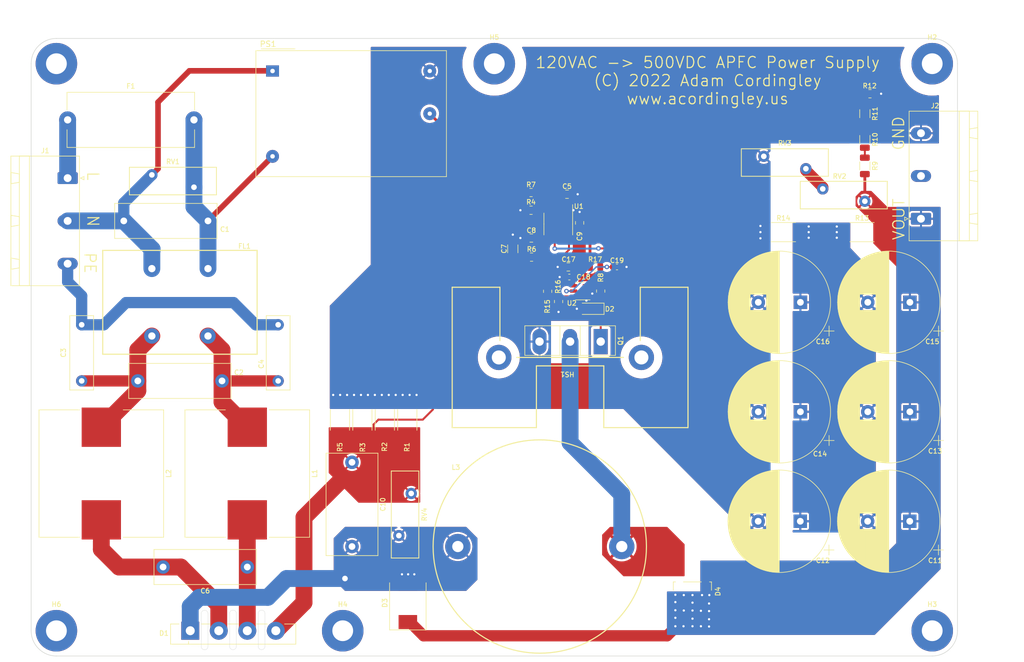
<source format=kicad_pcb>
(kicad_pcb (version 20211014) (generator pcbnew)
  (layers (0 "F.Cu" signal) (31 "B.Cu" signal) (34 "B.Paste" user) (35 "F.Paste" user) (36 "B.SilkS" user "B.Silkscreen") (37 "F.SilkS" user "F.Silkscreen") (38 "B.Mask" user) (39 "F.Mask" user) (44 "Edge.Cuts" user))
  (net 0 "")
  (net 1 "/LIVE_FUSED")
  (net 2 "/NEUTRAL")
  (net 3 "/L_CMC")
  (net 4 "/N_CMC")
  (net 5 "Earth")
  (net 6 "GND")
  (net 7 "Net-(C5-Pad2)")
  (net 8 "/L_FILT")
  (net 9 "/N_FILT")
  (net 10 "Net-(C7-Pad2)")
  (net 11 "Net-(C8-Pad2)")
  (net 12 "+15V")
  (net 13 "/V_RECT")
  (net 14 "Net-(C10-Pad2)")
  (net 15 "/VOUT")
  (net 16 "/VOUT_HALF")
  (net 17 "Net-(D2-Pad1)")
  (net 18 "/SW")
  (net 19 "/LIVE_EXT")
  (net 21 "Net-(R4-Pad2)")
  (net 22 "Net-(R7-Pad1)")
  (net 23 "Net-(R8-Pad2)")
  (net 24 "Net-(R10-Pad2)")
  (net 25 "Net-(R10-Pad1)")
  (net 26 "Net-(R11-Pad1)")
  (net 27 "Net-(RV2-Pad2)")
  (net 28 "Net-(R15-Pad1)")
  (net 29 "Net-(R15-Pad2)")
  (net 30 "Net-(C19-Pad1)")
  (footprint "Repowered_Transformers_CMC:Weurth_WE-CMB" (layer "F.Cu") (at 76.5 72 180)
    (fp_text reference "FL1" (at -11.5 10 unlocked) (layer "F.SilkS") (effects (font (size 0.85 0.85))))
    (fp_text value "744824101")
    (pad "1" thru_hole circle (at -5 6 180) (size 2.75 2.75) (drill 1.3) (layers *.Cu *.Mask) (net 1 "/LIVE_FUSED"))
    (pad "2" thru_hole circle (at -5 -6 180) (size 2.75 2.75) (drill 1.3) (layers *.Cu *.Mask) (net 3 "/L_CMC"))
    (pad "3" thru_hole circle (at 5 6 180) (size 2.75 2.75) (drill 1.3) (layers *.Cu *.Mask) (net 2 "/NEUTRAL"))
    (pad "4" thru_hole circle (at 5 -6 180) (size 2.75 2.75) (drill 1.3) (layers *.Cu *.Mask) (net 4 "/N_CMC"))
  )
  (footprint "Capacitor_SMD:C_1206_3216Metric" (layer "F.Cu") (at 135.795 62.475 -90)
    (fp_text reference "C7" (at 0 1.55 90) (layer "F.SilkS") (effects (font (size 0.85 0.85))))
    (fp_text value "10uF")
    (pad "1" smd roundrect locked (at -1.475 0 270) (size 1.15 1.8) (layers "F.Cu" "F.Paste" "F.Mask") (roundrect_rratio 0.2173913043) (net 6 "GND"))
    (pad "2" smd roundrect locked (at 1.475 0 270) (size 1.15 1.8) (layers "F.Cu" "F.Paste" "F.Mask") (roundrect_rratio 0.2173913043) (net 10 "Net-(C7-Pad2)"))
  )
  (footprint "Resistor_SMD:R_0805_2012Metric" (layer "F.Cu") (at 143.95 71.8625 90)
    (fp_text reference "R16" (at 2.65 -0.1 90) (layer "F.SilkS") (effects (font (size 0.85 0.85))))
    (fp_text value "4.7k")
    (pad "1" smd roundrect locked (at -0.9125 0 90) (size 1.025 1.4) (layers "F.Cu" "F.Paste" "F.Mask") (roundrect_rratio 0.243902439) (net 6 "GND"))
    (pad "2" smd roundrect locked (at 0.9125 0 90) (size 1.025 1.4) (layers "F.Cu" "F.Paste" "F.Mask") (roundrect_rratio 0.243902439) (net 29 "Net-(R15-Pad2)"))
  )
  (footprint "Diode_SMD:D_SOD-123" (layer "F.Cu") (at 149.8 73.15 180)
    (fp_text reference "D2" (at -3.25 -0.05) (layer "F.SilkS") (effects (font (size 0.85 0.85))))
    (fp_text value "15V")
    (pad "1" smd rect locked (at -1.65 0 180) (size 0.9 1.2) (layers "F.Cu" "F.Paste" "F.Mask") (net 17 "Net-(D2-Pad1)"))
    (pad "2" smd rect locked (at 1.65 0 180) (size 0.9 1.2) (layers "F.Cu" "F.Paste" "F.Mask") (net 6 "GND"))
  )
  (footprint "Resistor_SMD:R_2512_6332Metric" (layer "F.Cu") (at 198 59.5)
    (fp_text reference "R13" (at 0 -2.5) (layer "F.SilkS") (effects (font (size 0.85 0.85))))
    (fp_text value "100k")
    (pad "1" smd roundrect locked (at -2.9625 0) (size 1.225 3.35) (layers "F.Cu" "F.Paste" "F.Mask") (roundrect_rratio 0.2040816327) (net 16 "/VOUT_HALF"))
    (pad "2" smd roundrect locked (at 2.9625 0) (size 1.225 3.35) (layers "F.Cu" "F.Paste" "F.Mask") (roundrect_rratio 0.2040816327) (net 15 "/VOUT"))
  )
  (footprint "Capacitor_THT:C_Rect_L18.0mm_W6.0mm_P15.00mm_FKS3_FKP3" (layer "F.Cu") (at 84 86 180)
    (fp_text reference "C2" (at -3 1.5) (layer "F.SilkS") (effects (font (size 0.85 0.85))))
    (fp_text value "0.1uF")
    (pad "1" thru_hole circle locked (at 0 0 180) (size 2.4 2.4) (drill 1.2) (layers *.Cu *.Mask) (net 3 "/L_CMC"))
    (pad "2" thru_hole circle locked (at 15 0 180) (size 2.4 2.4) (drill 1.2) (layers *.Cu *.Mask) (net 4 "/N_CMC"))
  )
  (footprint "MountingHole:MountingHole_3.7mm_Pad" (layer "F.Cu") (at 132.5 29.5)
    (fp_text reference "H5" (at 0 -4.7) (layer "F.SilkS") (effects (font (size 0.85 0.85))))
    (fp_text value "#6")
    (pad "1" thru_hole circle locked (at 0 0) (size 7.4 7.4) (drill 3.7) (layers *.Cu *.Mask))
  )
  (footprint "Varistor:RV_Disc_D15.5mm_W4.9mm_P7.5mm" (layer "F.Cu") (at 115.5 113.55 90)
    (fp_text reference "RV4" (at 3.75 4.55 90) (layer "F.SilkS") (effects (font (size 0.85 0.85))))
    (fp_text value "390V")
    (pad "1" thru_hole circle locked (at 0 0 90) (size 2 2) (drill 1) (layers *.Cu *.Mask) (net 13 "/V_RECT"))
    (pad "2" thru_hole circle locked (at 7.5 2.2 90) (size 2 2) (drill 1) (layers *.Cu *.Mask) (net 14 "Net-(C10-Pad2)"))
  )
  (footprint "MountingHole:MountingHole_3.7mm_Pad" (layer "F.Cu") (at 210.5 130.5)
    (fp_text reference "H3" (at 0 -4.7) (layer "F.SilkS") (effects (font (size 0.85 0.85))))
    (fp_text value "#6")
    (pad "1" thru_hole circle locked (at 0 0) (size 7.4 7.4) (drill 3.7) (layers *.Cu *.Mask))
  )
  (footprint "Connector_Phoenix_GMSTB:PhoenixContact_GMSTBA_2,5_3-G-7,62_1x03_P7.62mm_Horizontal" (layer "F.Cu") (at 56.5 49.88 -90)
    (fp_text reference "J1" (at -4.88 4 180) (layer "F.SilkS") (effects (font (size 0.85 0.85))))
    (fp_text value "1766246")
    (pad "1" thru_hole roundrect locked (at 0 0 270) (size 2.1 3.6) (drill 1.4) (layers *.Cu *.Mask) (roundrect_rratio 0.1190480952) (net 19 "/LIVE_EXT"))
    (pad "2" thru_hole oval locked (at 7.62 0 270) (size 2.1 3.6) (drill 1.4) (layers *.Cu *.Mask) (net 2 "/NEUTRAL"))
    (pad "3" thru_hole oval locked (at 15.24 0 270) (size 2.1 3.6) (drill 1.4) (layers *.Cu *.Mask) (net 5 "Earth"))
  )
  (footprint "MountingHole:MountingHole_3.7mm_Pad" (layer "F.Cu") (at 54.5 29.5)
    (fp_text reference "H1" hide)
    (fp_text value "#6")
    (pad "1" thru_hole circle locked (at 0 0) (size 7.4 7.4) (drill 3.7) (layers *.Cu *.Mask))
  )
  (footprint "Resistor_SMD:R_0805_2012Metric" (layer "F.Cu") (at 150.4625 65.7 180)
    (fp_text reference "R17" (at 0 1.35) (layer "F.SilkS") (effects (font (size 0.85 0.85))))
    (fp_text value "4.7k")
    (pad "1" smd roundrect locked (at -0.9125 0 180) (size 1.025 1.4) (layers "F.Cu" "F.Paste" "F.Mask") (roundrect_rratio 0.243902439) (net 30 "Net-(C19-Pad1)"))
    (pad "2" smd roundrect locked (at 0.9125 0 180) (size 1.025 1.4) (layers "F.Cu" "F.Paste" "F.Mask") (roundrect_rratio 0.243902439) (net 12 "+15V"))
  )
  (footprint "Repowered_Resistors_SMD:R_2512_6332Metric_High_Power" (layer "F.Cu") (at 109 92.95 -90)
    (fp_text reference "R3" (at 4.9 -0.05 -90) (layer "F.SilkS") (effects (font (size 0.85 0.85))))
    (fp_text value "0.2")
    (pad "1" smd roundrect (at -2.9625 0 270) (size 2 3.5) (layers "F.Cu" "F.Paste" "F.Mask") (roundrect_rratio 0.204082) (net 6 "GND"))
    (pad "2" smd roundrect (at 2.9625 0 270) (size 2 3.5) (layers "F.Cu" "F.Paste" "F.Mask") (roundrect_rratio 0.204082) (net 14 "Net-(C10-Pad2)"))
  )
  (footprint "Fuse:Fuseholder_Cylinder-5x20mm_Schurter_0031_8201_Horizontal_Open" (layer "F.Cu") (at 56.5 39.5)
    (fp_text reference "F1" (at 11.25 -6) (layer "F.SilkS") (effects (font (size 0.85 0.85))))
    (fp_text value "0031.8201")
    (pad "" np_thru_hole circle locked (at 11.25 0) (size 2.7 2.7) (drill 2.7) (layers *.Cu *.Mask))
    (pad "1" thru_hole circle locked (at 0 0) (size 3 3) (drill 1.3) (layers *.Cu *.Mask) (net 19 "/LIVE_EXT"))
    (pad "2" thru_hole circle locked (at 22.5 0) (size 3 3) (drill 1.3) (layers *.Cu *.Mask) (net 1 "/LIVE_FUSED"))
  )
  (footprint "Capacitor_THT:C_Rect_L13.0mm_W4.0mm_P10.00mm_FKS3_FKP3_MKS4" (layer "F.Cu") (at 94 86 90)
    (fp_text reference "C4" (at 3 -3 90) (layer "F.SilkS") (effects (font (size 0.85 0.85))))
    (fp_text value "4700pF")
    (pad "1" thru_hole circle locked (at 0 0 90) (size 2 2) (drill 1) (layers *.Cu *.Mask) (net 3 "/L_CMC"))
    (pad "2" thru_hole circle locked (at 10 0 90) (size 2 2) (drill 1) (layers *.Cu *.Mask) (net 5 "Earth"))
  )
  (footprint "Capacitor_SMD:C_0805_2012Metric" (layer "F.Cu") (at 145.45 52.75 180)
    (fp_text reference "C5" (at 0 1.4) (layer "F.SilkS") (effects (font (size 0.85 0.85))))
    (fp_text value "1000pF")
    (pad "1" smd roundrect locked (at -0.95 0 180) (size 1 1.45) (layers "F.Cu" "F.Paste" "F.Mask") (net 6 "GND"))
    (pad "2" smd roundrect locked (at 0.95 0 180) (size 1 1.45) (layers "F.Cu" "F.Paste" "F.Mask") (net 7 "Net-(C5-Pad2)"))
  )
  (footprint "Varistor:RV_Disc_D15.5mm_W4.9mm_P7.5mm" (layer "F.Cu") (at 188 48.2 180)
    (fp_text reference "RV3" (at 3.75 4.55) (layer "F.SilkS") (effects (font (size 0.85 0.85))))
    (fp_text value "390V")
    (pad "1" thru_hole circle locked (at 0 0 180) (size 2 2) (drill 1) (layers *.Cu *.Mask) (net 27 "Net-(RV2-Pad2)"))
    (pad "2" thru_hole circle locked (at 7.5 2.2 180) (size 2 2) (drill 1) (layers *.Cu *.Mask) (net 6 "GND"))
  )
  (footprint "Repowered_Inductors_THT:L_Bourns_1140-101K-RC" (layer "F.Cu") (at 140.6 115.5)
    (fp_text reference "L3" (at -14.95 -14.1 unlocked) (layer "F.SilkS") (effects (font (size 0.85 0.85))))
    (fp_text value "100uH")
    (pad "1" thru_hole circle (at -14.6 0) (size 4.5 4.5) (drill 2) (layers *.Cu *.Mask) (net 13 "/V_RECT"))
    (pad "2" thru_hole circle (at 14.6 0) (size 4.5 4.5) (drill 2) (layers *.Cu *.Mask) (net 18 "/SW"))
  )
  (footprint "Package_SO:SOIC-8_3.9x4.9mm_P1.27mm" (layer "F.Cu") (at 143.895 58.05 -90)
    (fp_text reference "U1" (at -3.15 -3.655 180) (layer "F.SilkS") (effects (font (size 0.85 0.85))))
    (fp_text value "ICE2PCS01")
    (pad "1" smd roundrect locked (at -2.475 -1.905 270) (size 1.95 0.6) (layers "F.Cu" "F.Paste" "F.Mask") (net 6 "GND"))
    (pad "2" smd roundrect locked (at -2.475 -0.635 270) (size 1.95 0.6) (layers "F.Cu" "F.Paste" "F.Mask") (net 7 "Net-(C5-Pad2)"))
    (pad "3" smd roundrect locked (at -2.475 0.635 270) (size 1.95 0.6) (layers "F.Cu" "F.Paste" "F.Mask") (net 22 "Net-(R7-Pad1)"))
    (pad "4" smd roundrect locked (at -2.475 1.905 270) (size 1.95 0.6) (layers "F.Cu" "F.Paste" "F.Mask") (net 21 "Net-(R4-Pad2)"))
    (pad "5" smd roundrect locked (at 2.475 1.905 270) (size 1.95 0.6) (layers "F.Cu" "F.Paste" "F.Mask") (net 11 "Net-(C8-Pad2)"))
    (pad "6" smd roundrect locked (at 2.475 0.635 270) (size 1.95 0.6) (layers "F.Cu" "F.Paste" "F.Mask") (net 26 "Net-(R11-Pad1)"))
    (pad "7" smd roundrect locked (at 2.475 -0.635 270) (size 1.95 0.6) (layers "F.Cu" "F.Paste" "F.Mask") (net 12 "+15V"))
    (pad "8" smd roundrect locked (at 2.475 -1.905 270) (size 1.95 0.6) (layers "F.Cu" "F.Paste" "F.Mask") (net 28 "Net-(R15-Pad1)"))
  )
  (footprint "Capacitor_SMD:C_0805_2012Metric" (layer "F.Cu") (at 139.095 60.55)
    (fp_text reference "C8" (at 0 -1.35) (layer "F.SilkS") (effects (font (size 0.85 0.85))))
    (fp_text value "1uF")
    (pad "1" smd roundrect locked (at -0.95 0) (size 1 1.45) (layers "F.Cu" "F.Paste" "F.Mask") (net 6 "GND"))
    (pad "2" smd roundrect locked (at 0.95 0) (size 1 1.45) (layers "F.Cu" "F.Paste" "F.Mask") (net 11 "Net-(C8-Pad2)"))
  )
  (footprint "Repowered_TO-SOT-SMD:TO-252-2_TabPin1_HV" (layer "F.Cu") (at 167.78 124.075 -90)
    (fp_text reference "D4" (at -0.575 -4.55 90) (layer "F.SilkS") (effects (font (size 0.85 0.85))))
    (fp_text value "C6D10065E")
    (pad "1" smd rect (at 2.825 0 270) (size 6.5 7) (layers "F.Cu" "F.Mask") (net 15 "/VOUT"))
    (pad "1" smd rect (at -4.575 -2.3 270) (size 2.4 1.5) (layers "F.Cu" "F.Paste" "F.Mask") (net 15 "/VOUT"))
    (pad "2" smd rect (at -4.575 2.28 270) (size 2.4 1.5) (layers "F.Cu" "F.Paste" "F.Mask") (net 18 "/SW"))
  )
  (footprint "MountingHole:MountingHole_3.7mm_Pad" (layer "F.Cu") (at 105.5 130.5)
    (fp_text reference "H4" (at 0 -4.7) (layer "F.SilkS") (effects (font (size 0.85 0.85))))
    (fp_text value "#6")
    (pad "1" thru_hole circle locked (at 0 0) (size 7.4 7.4) (drill 3.7) (layers *.Cu *.Mask))
  )
  (footprint "Resistor_SMD:R_1206_3216Metric" (layer "F.Cu") (at 198.5 47.7 -90)
    (fp_text reference "R9" (at 0 -1.82 90) (layer "F.SilkS") (effects (font (size 0.85 0.85))))
    (fp_text value "330k")
    (pad "1" smd roundrect locked (at -1.4625 0 270) (size 1.125 1.75) (layers "F.Cu" "F.Paste" "F.Mask") (roundrect_rratio 0.2222222222) (net 24 "Net-(R10-Pad2)"))
    (pad "2" smd roundrect locked (at 1.4625 0 270) (size 1.125 1.75) (layers "F.Cu" "F.Paste" "F.Mask") (roundrect_rratio 0.2222222222) (net 15 "/VOUT"))
  )
  (footprint "Capacitor_SMD:C_0805_2012Metric" (layer "F.Cu") (at 147.695 57.85 -90)
    (fp_text reference "C9" (at 2.4 0 90) (layer "F.SilkS") (effects (font (size 0.85 0.85))))
    (fp_text value "1uF")
    (pad "1" smd roundrect locked (at -0.95 0 270) (size 1 1.45) (layers "F.Cu" "F.Paste" "F.Mask") (net 6 "GND"))
    (pad "2" smd roundrect locked (at 0.95 0 270) (size 1 1.45) (layers "F.Cu" "F.Paste" "F.Mask") (net 12 "+15V"))
  )
  (footprint "Package_TO_SOT_THT:TO-247-3_Vertical" (layer "F.Cu") (at 151.45 79 180)
    (fp_text reference "Q1" (at -3.55 0.1845 90) (layer "F.SilkS") (effects (font (size 0.85 0.85))))
    (fp_text value "G3R75MT12D")
    (pad "1" thru_hole rect locked (at 0 0 180) (size 2.5 4.5) (drill 1.5) (layers *.Cu *.Mask) (net 17 "Net-(D2-Pad1)"))
    (pad "2" thru_hole oval locked (at 5.45 0 180) (size 2.5 4.5) (drill 1.5) (layers *.Cu *.Mask) (net 18 "/SW"))
    (pad "3" thru_hole oval locked (at 10.9 0 180) (size 2.5 4.5) (drill 1.5) (layers *.Cu *.Mask) (net 6 "GND"))
  )
  (footprint "Repowered_Resistors_SMD:R_2512_6332Metric_High_Power" (layer "F.Cu") (at 113 92.95 -90)
    (fp_text reference "R2" (at 4.8 0.05 -90) (layer "F.SilkS") (effects (font (size 0.85 0.85))))
    (fp_text value "0.2")
    (pad "1" smd roundrect (at -2.9625 0 270) (size 2 3.5) (layers "F.Cu" "F.Paste" "F.Mask") (roundrect_rratio 0.204082) (net 6 "GND"))
    (pad "2" smd roundrect (at 2.9625 0 270) (size 2 3.5) (layers "F.Cu" "F.Paste" "F.Mask") (roundrect_rratio 0.204082) (net 14 "Net-(C10-Pad2)"))
  )
  (footprint "Resistor_SMD:R_1206_3216Metric" (layer "F.Cu") (at 198.5 38.4 -90)
    (fp_text reference "R11" (at 0 -1.82 90) (layer "F.SilkS") (effects (font (size 0.85 0.85))))
    (fp_text value "330k")
    (pad "1" smd roundrect locked (at -1.4625 0 270) (size 1.125 1.75) (layers "F.Cu" "F.Paste" "F.Mask") (roundrect_rratio 0.2222222222) (net 26 "Net-(R11-Pad1)"))
    (pad "2" smd roundrect locked (at 1.4625 0 270) (size 1.125 1.75) (layers "F.Cu" "F.Paste" "F.Mask") (roundrect_rratio 0.2222222222) (net 25 "Net-(R10-Pad1)"))
  )
  (footprint "Resistor_SMD:R_1206_3216Metric" (layer "F.Cu") (at 198.5 43 -90)
    (fp_text reference "R10" (at 0 -1.82 90) (layer "F.SilkS") (effects (font (size 0.85 0.85))))
    (fp_text value "330k")
    (pad "1" smd roundrect locked (at -1.4625 0 270) (size 1.125 1.75) (layers "F.Cu" "F.Paste" "F.Mask") (roundrect_rratio 0.2222222222) (net 25 "Net-(R10-Pad1)"))
    (pad "2" smd roundrect locked (at 1.4625 0 270) (size 1.125 1.75) (layers "F.Cu" "F.Paste" "F.Mask") (roundrect_rratio 0.2222222222) (net 24 "Net-(R10-Pad2)"))
  )
  (footprint "Resistor_SMD:R_2512_6332Metric" (layer "F.Cu") (at 184 59.5)
    (fp_text reference "R14" (at 0 -2.5) (layer "F.SilkS") (effects (font (size 0.85 0.85))))
    (fp_text value "100k")
    (pad "1" smd roundrect locked (at -2.9625 0) (size 1.225 3.35) (layers "F.Cu" "F.Paste" "F.Mask") (roundrect_rratio 0.2040816327) (net 6 "GND"))
    (pad "2" smd roundrect locked (at 2.9625 0) (size 1.225 3.35) (layers "F.Cu" "F.Paste" "F.Mask") (roundrect_rratio 0.2040816327) (net 16 "/VOUT_HALF"))
  )
  (footprint "Repowered_Resistors_SMD:R_2512_6332Metric_High_Power" (layer "F.Cu") (at 105 92.95 -90)
    (fp_text reference "R5" (at 4.85 0 -90) (layer "F.SilkS") (effects (font (size 0.85 0.85))))
    (fp_text value "0.2")
    (pad "1" smd roundrect (at -2.9625 0 270) (size 2 3.5) (layers "F.Cu" "F.Paste" "F.Mask") (roundrect_rratio 0.204082) (net 6 "GND"))
    (pad "2" smd roundrect (at 2.9625 0 270) (size 2 3.5) (layers "F.Cu" "F.Paste" "F.Mask") (roundrect_rratio 0.204082) (net 14 "Net-(C10-Pad2)"))
  )
  (footprint "Capacitor_THT:CP_Radial_D18.0mm_P7.50mm" (layer "F.Cu") (at 206.5 111 180)
    (fp_text reference "C11" (at -4.52222 -7) (layer "F.SilkS") (effects (font (size 0.85 0.85))))
    (fp_text value "100uF")
    (pad "1" thru_hole rect locked (at 0 0 180) (size 2.4 2.4) (drill 1.2) (layers *.Cu *.Mask) (net 15 "/VOUT"))
    (pad "2" thru_hole circle locked (at 7.5 0 180) (size 2.4 2.4) (drill 1.2) (layers *.Cu *.Mask) (net 16 "/VOUT_HALF"))
  )
  (footprint "Repowered_Heat_Sinks:Ohmite_RA-T2X-51E" (layer "F.Cu") (at 146 81.82 180)
    (fp_text reference "HS1" (at 0.5 -3 180 unlocked) (layer "F.SilkS") (effects (font (size 0.85 0.85))))
    (fp_text value "RA-T2X-51E")
    (pad "1" thru_hole circle (at -12.7 0 180) (size 4.5 4.5) (drill 2.5) (layers *.Cu *.Mask))
    (pad "1" thru_hole circle (at 12.7 0 180) (size 4.5 4.5) (drill 2.5) (layers *.Cu *.Mask))
  )
  (footprint "MountingHole:MountingHole_3.7mm_Pad" (layer "F.Cu") (at 54.5 130.5)
    (fp_text reference "H6" (at 0 -4.7) (layer "F.SilkS") (effects (font (size 0.85 0.85))))
    (fp_text value "#6")
    (pad "1" thru_hole circle locked (at 0 0) (size 7.4 7.4) (drill 3.7) (layers *.Cu *.Mask))
  )
  (footprint "Varistor:RV_Disc_D15.5mm_W4.9mm_P7.5mm" (layer "F.Cu") (at 198.5 54 180)
    (fp_text reference "RV2" (at 4.5 4.45) (layer "F.SilkS") (effects (font (size 0.85 0.85))))
    (fp_text value "390V")
    (pad "1" thru_hole circle locked (at 0 0 180) (size 2 2) (drill 1) (layers *.Cu *.Mask) (net 15 "/VOUT"))
    (pad "2" thru_hole circle locked (at 7.5 2.2 180) (size 2 2) (drill 1) (layers *.Cu *.Mask) (net 27 "Net-(RV2-Pad2)"))
  )
  (footprint "Diode_SMD:D_SMC" (layer "F.Cu") (at 117.1 125.55 90)
    (fp_text reference "D3" (at 0 -4.1 90) (layer "F.SilkS") (effects (font (size 0.85 0.85))))
    (fp_text value "S8MC-13")
    (pad "1" smd rect locked (at -3.4 0 180) (size 3.3 2.5) (layers "F.Cu" "F.Paste" "F.Mask") (net 15 "/VOUT"))
    (pad "2" smd rect locked (at 3.4 0 180) (size 3.3 2.5) (layers "F.Cu" "F.Paste" "F.Mask") (net 13 "/V_RECT"))
  )
  (footprint "Capacitor_THT:C_Rect_L18.0mm_W6.0mm_P15.00mm_FKS3_FKP3" (layer "F.Cu") (at 81.5 57.5 180)
    (fp_text reference "C1" (at -3 -1.5) (layer "F.SilkS") (effects (font (size 0.85 0.85))))
    (fp_text value "0.1uF")
    (pad "1" thru_hole circle locked (at 0 0 180) (size 2.4 2.4) (drill 1.2) (layers *.Cu *.Mask) (net 1 "/LIVE_FUSED"))
    (pad "2" thru_hole circle locked (at 15 0 180) (size 2.4 2.4) (drill 1.2) (layers *.Cu *.Mask) (net 2 "/NEUTRAL"))
  )
  (footprint "MountingHole:MountingHole_3.7mm_Pad" (layer "F.Cu") (at 210.5 29.5)
    (fp_text reference "H2" (at 0 -4.7) (layer "F.SilkS") (effects (font (size 0.85 0.85))))
    (fp_text value "#6")
    (pad "1" thru_hole circle locked (at 0 0) (size 7.4 7.4) (drill 3.7) (layers *.Cu *.Mask))
  )
  (footprint "Capacitor_THT:C_Rect_L13.0mm_W4.0mm_P10.00mm_FKS3_FKP3_MKS4" (layer "F.Cu") (at 59 86 90)
    (fp_text reference "C3" (at 5 -3.25 90) (layer "F.SilkS") (effects (font (size 0.85 0.85))))
    (fp_text value "4700pF")
    (pad "1" thru_hole circle locked (at 0 0 90) (size 2 2) (drill 1) (layers *.Cu *.Mask) (net 4 "/N_CMC"))
    (pad "2" thru_hole circle locked (at 10 0 90) (size 2 2) (drill 1) (layers *.Cu *.Mask) (net 5 "Earth"))
  )
  (footprint "Inductor_SMD:L_Wuerth_HCI-2212" (layer "F.Cu") (at 62.5 102.5 -90)
    (fp_text reference "L2" (at 0 -12 90) (layer "F.SilkS") (effects (font (size 0.85 0.85))))
    (fp_text value "33uH")
    (pad "1" smd rect locked (at -8.25 0 270) (size 7 7) (layers "F.Cu" "F.Paste" "F.Mask") (net 4 "/N_CMC"))
    (pad "2" smd rect locked (at 8.25 0 270) (size 7 7) (layers "F.Cu" "F.Paste" "F.Mask") (net 9 "/N_FILT"))
  )
  (footprint "Resistor_SMD:R_0805_2012Metric" (layer "F.Cu") (at 151.45 70 90)
    (fp_text reference "R8" (at 2.4 0 90) (layer "F.SilkS") (effects (font (size 0.85 0.85))))
    (fp_text value "2.2")
    (pad "1" smd roundrect locked (at -0.9125 0 90) (size 1.025 1.4) (layers "F.Cu" "F.Paste" "F.Mask") (roundrect_rratio 0.243902439) (net 17 "Net-(D2-Pad1)"))
    (pad "2" smd roundrect locked (at 0.9125 0 90) (size 1.025 1.4) (layers "F.Cu" "F.Paste" "F.Mask") (roundrect_rratio 0.243902439) (net 23 "Net-(R8-Pad2)"))
  )
  (footprint "Capacitor_THT:CP_Radial_D18.0mm_P7.50mm" (layer "F.Cu") (at 187.02222 91.5 180)
    (fp_text reference "C14" (at -3.5 -7.5) (layer "F.SilkS") (effects (font (size 0.85 0.85))))
    (fp_text value "100uF")
    (pad "1" thru_hole rect locked (at 0 0 180) (size 2.4 2.4) (drill 1.2) (layers *.Cu *.Mask) (net 16 "/VOUT_HALF"))
    (pad "2" thru_hole circle locked (at 7.5 0 180) (size 2.4 2.4) (drill 1.2) (layers *.Cu *.Mask) (net 6 "GND"))
  )
  (footprint "Resistor_SMD:R_0805_2012Metric" (layer "F.Cu") (at 142 70.0375 -90)
    (fp_text reference "R15" (at 2.7 0.05 90) (layer "F.SilkS") (effects (font (size 0.85 0.85))))
    (fp_text value "22")
    (pad "1" smd roundrect locked (at -0.9125 0 270) (size 1.025 1.4) (layers "F.Cu" "F.Paste" "F.Mask") (roundrect_rratio 0.243902439) (net 28 "Net-(R15-Pad1)"))
    (pad "2" smd roundrect locked (at 0.9125 0 270) (size 1.025 1.4) (layers "F.Cu" "F.Paste" "F.Mask") (roundrect_rratio 0.243902439) (net 29 "Net-(R15-Pad2)"))
  )
  (footprint "Capacitor_THT:CP_Radial_D18.0mm_P7.50mm" (layer "F.Cu") (at 206.52222 91.5 180)
    (fp_text reference "C13" (at -4.5 -7) (layer "F.SilkS") (effects (font (size 0.85 0.85))))
    (fp_text value "100uF")
    (pad "1" thru_hole rect locked (at 0 0 180) (size 2.4 2.4) (drill 1.2) (layers *.Cu *.Mask) (net 15 "/VOUT"))
    (pad "2" thru_hole circle locked (at 7.5 0 180) (size 2.4 2.4) (drill 1.2) (layers *.Cu *.Mask) (net 16 "/VOUT_HALF"))
  )
  (footprint "Inductor_SMD:L_Wuerth_HCI-2212" (layer "F.Cu") (at 88.5 102.5 -90)
    (fp_text reference "L1" (at 0 -12 90) (layer "F.SilkS") (effects (font (size 0.85 0.85))))
    (fp_text value "33uH")
    (pad "1" smd rect locked (at -8.25 0 270) (size 7 7) (layers "F.Cu" "F.Paste" "F.Mask") (net 3 "/L_CMC"))
    (pad "2" smd rect locked (at 8.25 0 270) (size 7 7) (layers "F.Cu" "F.Paste" "F.Mask") (net 8 "/L_FILT"))
  )
  (footprint "Capacitor_THT:C_Rect_L18.0mm_W9.0mm_P15.00mm_FKS3_FKP3" (layer "F.Cu") (at 107.15 115.5 90)
    (fp_text reference "C10" (at 7.5 5.5 90) (layer "F.SilkS") (effects (font (size 0.85 0.85))))
    (fp_text value "0.47uF")
    (pad "1" thru_hole circle locked (at 0 0 90) (size 2.4 2.4) (drill 1.2) (layers *.Cu *.Mask) (net 13 "/V_RECT"))
    (pad "2" thru_hole circle locked (at 15 0 90) (size 2.4 2.4) (drill 1.2) (layers *.Cu *.Mask) (net 14 "Net-(C10-Pad2)"))
  )
  (footprint "Converter_ACDC:Converter_ACDC_MeanWell_IRM-02-xx_THT" (layer "F.Cu") (at 93 30.8)
    (fp_text reference "PS1" (at -0.8 -4.8) (layer "F.SilkS"))
    (fp_text value "IRM-02-15")
    (pad "1" thru_hole rect (at 0 0) (size 2.3 2) (drill 0.8) (layers *.Cu *.Mask) (net 2 "/NEUTRAL"))
    (pad "2" thru_hole circle (at 0 15.2) (size 2.3 2.3) (drill 0.8) (layers *.Cu *.Mask) (net 1 "/LIVE_FUSED"))
    (pad "3" thru_hole circle (at 28 0) (size 2.3 2.3) (drill 0.76) (layers *.Cu *.Mask) (net 6 "GND"))
    (pad "4" thru_hole circle (at 28 7.6) (size 2.3 2.3) (drill 0.76) (layers *.Cu *.Mask) (net 12 "+15V"))
  )
  (footprint "Capacitor_SMD:C_0603_1608Metric" (layer "F.Cu") (at 145.8625 67.5 180)
    (fp_text reference "C18" (at -2.525 0) (layer "F.SilkS") (effects (font (size 0.85 0.85))))
    (fp_text value "0.1uF")
    (pad "1" smd roundrect locked (at -0.775 0 180) (size 0.9 0.95) (layers "F.Cu" "F.Paste" "F.Mask") (net 12 "+15V"))
    (pad "2" smd roundrect locked (at 0.775 0 180) (size 0.9 0.95) (layers "F.Cu" "F.Paste" "F.Mask") (net 6 "GND"))
  )
  (footprint "Resistor_SMD:R_0805_2012Metric" (layer "F.Cu") (at 139.045 52.45 180)
    (fp_text reference "R7" (at 0 1.4) (layer "F.SilkS") (effects (font (size 0.85 0.85))))
    (fp_text value "220")
    (pad "1" smd roundrect locked (at -0.9125 0 180) (size 1.025 1.4) (layers "F.Cu" "F.Paste" "F.Mask") (roundrect_rratio 0.243902439) (net 22 "Net-(R7-Pad1)"))
    (pad "2" smd roundrect locked (at 0.9125 0 180) (size 1.025 1.4) (layers "F.Cu" "F.Paste" "F.Mask") (roundrect_rratio 0.243902439) (net 14 "Net-(C10-Pad2)"))
  )
  (footprint "Capacitor_SMD:C_0603_1608Metric" (layer "F.Cu") (at 154.35 65.7)
    (fp_text reference "C19" (at 0 -1.15) (layer "F.SilkS") (effects (font (size 0.85 0.85))))
    (fp_text value "0.1uF")
    (pad "1" smd roundrect locked (at -0.775 0) (size 0.9 0.95) (layers "F.Cu" "F.Paste" "F.Mask") (net 30 "Net-(C19-Pad1)"))
    (pad "2" smd roundrect locked (at 0.775 0) (size 0.9 0.95) (layers "F.Cu" "F.Paste" "F.Mask") (net 6 "GND"))
  )
  (footprint "Capacitor_THT:CP_Radial_D18.0mm_P7.50mm" (layer "F.Cu") (at 206.52222 72 180)
    (fp_text reference "C15" (at -4 -7) (layer "F.SilkS") (effects (font (size 0.85 0.85))))
    (fp_text value "100uF")
    (pad "1" thru_hole rect locked (at 0 0 180) (size 2.4 2.4) (drill 1.2) (layers *.Cu *.Mask) (net 15 "/VOUT"))
    (pad "2" thru_hole circle locked (at 7.5 0 180) (size 2.4 2.4) (drill 1.2) (layers *.Cu *.Mask) (net 16 "/VOUT_HALF"))
  )
  (footprint "Capacitor_SMD:C_0805_2012Metric" (layer "F.Cu") (at 145.6875 65.7 180)
    (fp_text reference "C17" (at -0.0375 1.35) (layer "F.SilkS") (effects (font (size 0.85 0.85))))
    (fp_text value "1uF")
    (pad "1" smd roundrect locked (at -0.95 0 180) (size 1 1.45) (layers "F.Cu" "F.Paste" "F.Mask") (net 12 "+15V"))
    (pad "2" smd roundrect locked (at 0.95 0 180) (size 1 1.45) (layers "F.Cu" "F.Paste" "F.Mask") (net 6 "GND"))
  )
  (footprint "Capacitor_THT:C_Rect_L18.0mm_W6.0mm_P15.00mm_FKS3_FKP3" (layer "F.Cu") (at 88.5 119.15 180)
    (fp_text reference "C6" (at 7.5 -4.25) (layer "F.SilkS") (effects (font (size 0.85 0.85))))
    (fp_text value "0.1uF")
    (pad "1" thru_hole circle locked (at 0 0 180) (size 2.4 2.4) (drill 1.2) (layers *.Cu *.Mask) (net 8 "/L_FILT"))
    (pad "2" thru_hole circle locked (at 15 0 180) (size 2.4 2.4) (drill 1.2) (layers *.Cu *.Mask) (net 9 "/N_FILT"))
  )
  (footprint "Resistor_SMD:R_0805_2012Metric" (layer "F.Cu") (at 199.4125 34.85 180)
    (fp_text reference "R12" (at 0.05 1.4) (layer "F.SilkS") (effects (font (size 0.85 0.85))))
    (fp_text value "6.04k")
    (pad "1" smd roundrect locked (at -0.9125 0 180) (size 1.025 1.4) (layers "F.Cu" "F.Paste" "F.Mask") (roundrect_rratio 0.243902439) (net 6 "GND"))
    (pad "2" smd roundrect locked (at 0.9125 0 180) (size 1.025 1.4) (layers "F.Cu" "F.Paste" "F.Mask") (roundrect_rratio 0.243902439) (net 26 "Net-(R11-Pad1)"))
  )
  (footprint "Resistor_SMD:R_0805_2012Metric" (layer "F.Cu") (at 139.045 55.6)
    (fp_text reference "R4" (at 0 -1.45) (layer "F.SilkS") (effects (font (size 0.85 0.85))))
    (fp_text value "22k")
    (pad "1" smd roundrect locked (at -0.9125 0) (size 1.025 1.4) (layers "F.Cu" "F.Paste" "F.Mask") (roundrect_rratio 0.243902439) (net 6 "GND"))
    (pad "2" smd roundrect locked (at 0.9125 0) (size 1.025 1.4) (layers "F.Cu" "F.Paste" "F.Mask") (roundrect_rratio 0.243902439) (net 21 "Net-(R4-Pad2)"))
  )
  (footprint "Connector_Phoenix_GMSTB:PhoenixContact_GMSTBA_2,5_3-G-7,62_1x03_P7.62mm_Horizontal" (layer "F.Cu") (at 208.5 57.12 90)
    (fp_text reference "J2" (at 20.12 2.5 180) (layer "F.SilkS") (effects (font (size 0.85 0.85))))
    (fp_text value "1766246")
    (pad "1" thru_hole roundrect locked (at 0 0 90) (size 2.1 3.6) (drill 1.4) (layers *.Cu *.Mask) (roundrect_rratio 0.1190480952) (net 15 "/VOUT"))
    (pad "2" thru_hole oval locked (at 7.62 0 90) (size 2.1 3.6) (drill 1.4) (layers *.Cu *.Mask))
    (pad "3" thru_hole oval locked (at 15.24 0 90) (size 2.1 3.6) (drill 1.4) (layers *.Cu *.Mask) (net 6 "GND"))
  )
  (footprint "Package_TO_SOT_SMD:SOT-23-6" (layer "F.Cu") (at 147.7625 70 180)
    (fp_text reference "U2" (at 1.4625 -2.15) (layer "F.SilkS") (effects (font (size 0.85 0.85))))
    (fp_text value "1ED44175N01B")
    (pad "1" smd roundrect locked (at -1.1375 -0.95 180) (size 1.325 0.6) (layers "F.Cu" "F.Paste" "F.Mask") (net 6 "GND"))
    (pad "2" smd roundrect locked (at -1.1375 0 180) (size 1.325 0.6) (layers "F.Cu" "F.Paste" "F.Mask") (net 6 "GND"))
    (pad "3" smd roundrect locked (at -1.1375 0.95 180) (size 1.325 0.6) (layers "F.Cu" "F.Paste" "F.Mask") (net 23 "Net-(R8-Pad2)"))
    (pad "4" smd roundrect locked (at 1.1375 0.95 180) (size 1.325 0.6) (layers "F.Cu" "F.Paste" "F.Mask") (net 12 "+15V"))
    (pad "5" smd roundrect locked (at 1.1375 0 180) (size 1.325 0.6) (layers "F.Cu" "F.Paste" "F.Mask") (net 30 "Net-(C19-Pad1)"))
    (pad "6" smd roundrect locked (at 1.1375 -0.95 180) (size 1.325 0.6) (layers "F.Cu" "F.Paste" "F.Mask") (net 29 "Net-(R15-Pad2)"))
  )
  (footprint "Resistor_SMD:R_0805_2012Metric" (layer "F.Cu") (at 139.1325 63.95)
    (fp_text reference "R6" (at 0.0125 -1.4) (layer "F.SilkS") (effects (font (size 0.85 0.85))))
    (fp_text value "4.7k")
    (pad "1" smd roundrect locked (at -0.9125 0) (size 1.025 1.4) (layers "F.Cu" "F.Paste" "F.Mask") (roundrect_rratio 0.243902439) (net 10 "Net-(C7-Pad2)"))
    (pad "2" smd roundrect locked (at 0.9125 0) (size 1.025 1.4) (layers "F.Cu" "F.Paste" "F.Mask") (roundrect_rratio 0.243902439) (net 11 "Net-(C8-Pad2)"))
  )
  (footprint "Capacitor_THT:CP_Radial_D18.0mm_P7.50mm" (layer "F.Cu") (at 187 111 180)
    (fp_text reference "C12" (at -4.02222 -7) (layer "F.SilkS") (effects (font (size 0.85 0.85))))
    (fp_text value "100uF")
    (pad "1" thru_hole rect locked (at 0 0 180) (size 2.4 2.4) (drill 1.2) (layers *.Cu *.Mask) (net 16 "/VOUT_HALF"))
    (pad "2" thru_hole circle locked (at 7.5 0 180) (size 2.4 2.4) (drill 1.2) (layers *.Cu *.Mask) (net 6 "GND"))
  )
  (footprint "Varistor:RV_Disc_D15.5mm_W4.9mm_P7.5mm" (layer "F.Cu") (at 79 51.5 180)
    (fp_text reference "RV1" (at 3.75 4.55) (layer "F.SilkS") (effects (font (size 0.85 0.85))))
    (fp_text value "390V")
    (pad "1" thru_hole circle locked (at 0 0 180) (size 2 2) (drill 1) (layers *.Cu *.Mask) (net 1 "/LIVE_FUSED"))
    (pad "2" thru_hole circle locked (at 7.5 2.2 180) (size 2 2) (drill 1) (layers *.Cu *.Mask) (net 2 "/NEUTRAL"))
  )
  (footprint "Diode_THT:Diode_Bridge_Vishay_GBU" (layer "F.Cu") (at 78.34 130.5)
    (fp_text reference "D1" (at -4.69 0.45 180) (layer "F.SilkS") (effects (font (size 0.85 0.85))))
    (fp_text value "GBU8G")
    (pad "1" thru_hole rect locked (at 0 0) (size 3.2 3.2) (drill 1.6) (layers *.Cu *.Mask) (net 13 "/V_RECT"))
    (pad "2" thru_hole circle locked (at 5.08 0) (size 3.2 3.2) (drill 1.6) (layers *.Cu *.Mask) (net 9 "/N_FILT"))
    (pad "3" thru_hole circle locked (at 10.16 0) (size 3.2 3.2) (drill 1.6) (layers *.Cu *.Mask) (net 8 "/L_FILT"))
    (pad "4" thru_hole circle locked (at 15.24 0) (size 3.2 3.2) (drill 1.6) (layers *.Cu *.Mask) (net 14 "Net-(C10-Pad2)"))
  )
  (footprint "Repowered_Resistors_SMD:R_2512_6332Metric_High_Power" (layer "F.Cu") (at 117 92.95 -90)
    (fp_text reference "R1" (at 4.85 0.05 -90) (layer "F.SilkS") (effects (font (size 0.85 0.85))))
    (fp_text value "0.2")
    (pad "1" smd roundrect (at -2.9625 0 270) (size 2 3.5) (layers "F.Cu" "F.Paste" "F.Mask") (roundrect_rratio 0.204082) (net 6 "GND"))
    (pad "2" smd roundrect (at 2.9625 0 270) (size 2 3.5) (layers "F.Cu" "F.Paste" "F.Mask") (roundrect_rratio 0.204082) (net 14 "Net-(C10-Pad2)"))
  )
  (footprint "Capacitor_THT:CP_Radial_D18.0mm_P7.50mm" (layer "F.Cu") (at 187.02222 72 180)
    (fp_text reference "C16" (at -4 -7) (layer "F.SilkS") (effects (font (size 0.85 0.85))))
    (fp_text value "100uF")
    (pad "1" thru_hole rect locked (at 0 0 180) (size 2.4 2.4) (drill 1.2) (layers *.Cu *.Mask) (net 16 "/VOUT_HALF"))
    (pad "2" thru_hole circle locked (at 7.5 0 180) (size 2.4 2.4) (drill 1.2) (layers *.Cu *.Mask) (net 6 "GND"))
  )
  (gr_arc (start 54.5 135) (mid 51.318019 133.681981) (end 50 130.5) (layer "Edge.Cuts") (width 0.1))
  (gr_line (start 86.55 127.425) (end 86.55 133.275) (layer "Edge.Cuts") (width 0.05))
  (gr_line (start 54.5 25) (end 210.5 25) (layer "Edge.Cuts") (width 0.1))
  (gr_arc (start 81.5 133.3) (mid 80.9 133.9) (end 80.3 133.3) (layer "Edge.Cuts") (width 0.05))
  (gr_line (start 81.5 127.45) (end 81.5 133.3) (layer "Edge.Cuts") (width 0.05))
  (gr_line (start 215 29.5) (end 215 130.5) (layer "Edge.Cuts") (width 0.1))
  (gr_arc (start 80.3 127.45) (mid 80.9 126.85) (end 81.5 127.45) (layer "Edge.Cuts") (width 0.05))
  (gr_arc (start 50 29.5) (mid 51.318019 26.318019) (end 54.5 25) (layer "Edge.Cuts") (width 0.1))
  (gr_line (start 85.35 127.425) (end 85.35 133.275) (layer "Edge.Cuts") (width 0.05))
  (gr_arc (start 85.35 127.425) (mid 85.95 126.825) (end 86.55 127.425) (layer "Edge.Cuts") (width 0.05))
  (gr_line (start 210.5 135) (end 54.5 135) (layer "Edge.Cuts") (width 0.1))
  (gr_line (start 90.45 127.425) (end 90.45 133.275) (layer "Edge.Cuts") (width 0.05))
  (gr_arc (start 91.65 133.275) (mid 91.05 133.875) (end 90.45 133.275) (layer "Edge.Cuts") (width 0.05))
  (gr_line (start 50 29.5) (end 50 130.5) (layer "Edge.Cuts") (width 0.1))
  (gr_line (start 91.65 127.425) (end 91.65 133.275) (layer "Edge.Cuts") (width 0.05))
  (gr_arc (start 215 130.5) (mid 213.681981 133.681981) (end 210.5 135) (layer "Edge.Cuts") (width 0.1))
  (gr_arc (start 86.55 133.275) (mid 85.95 133.875) (end 85.35 133.275) (layer "Edge.Cuts") (width 0.05))
  (gr_arc (start 90.45 127.425) (mid 91.05 126.825) (end 91.65 127.425) (layer "Edge.Cuts") (width 0.05))
  (gr_arc (start 210.5 25) (mid 213.681981 26.318019) (end 215 29.5) (layer "Edge.Cuts") (width 0.1))
  (gr_line (start 80.3 127.45) (end 80.3 133.3) (layer "Edge.Cuts") (width 0.05))
  (gr_text "L" (at 61 49.5 270) (layer "F.SilkS") (effects (font (size 2 2) (thickness 0.2))))
  (gr_text "VOUT" (at 204.55 57.2 90) (layer "F.SilkS") (effects (font (size 2 2) (thickness 0.2))))
  (gr_text "PE" (at 60.5 65 270) (layer "F.SilkS") (effects (font (size 2 2) (thickness 0.2))))
  (gr_text "GND" (at 204.5 41.9 90) (layer "F.SilkS") (effects (font (size 2 2) (thickness 0.2))))
  (gr_text "N" (at 61 57.5 270) (layer "F.SilkS") (effects (font (size 2 2) (thickness 0.2))))
  (gr_text "120VAC -> 500VDC APFC Power Supply\n(C) 2022 Adam Cordingley\nwww.acordingley.us" (at 170.5 32.5) (layer "F.SilkS") (effects (font (size 2 2) (thickness 0.2))))
  (segment (start 81.5 57.5) (end 93 46) (width 1) (layer "F.Cu") (net 1))
  (segment (start 79 55) (end 81.5 57.5) (width 3) (layer "B.Cu") (net 1))
  (segment (start 79 51.5) (end 79 55) (width 3) (layer "B.Cu") (net 1))
  (segment (start 79 39.5) (end 79 51.5) (width 3) (layer "B.Cu") (net 1))
  (segment (start 81.5 57.5) (end 81.5 66) (width 3) (layer "B.Cu") (net 1))
  (segment (start 71.5 49.3) (end 72.6 48.2) (width 1) (layer "F.Cu") (net 2))
  (segment (start 72.6 48.2) (end 72.6 36.35) (width 1) (layer "F.Cu") (net 2))
  (segment (start 78.185 30.765) (end 93.03 30.765) (width 1) (layer "F.Cu") (net 2))
  (segment (start 72.6 36.35) (end 78.185 30.765) (width 1) (layer "F.Cu") (net 2))
  (segment (start 66.5 57.5) (end 66.5 54.3) (width 2) (layer "B.Cu") (net 2))
  (segment (start 66.5 54.3) (end 71.5 49.3) (width 2) (layer "B.Cu") (net 2))
  (segment (start 71.55 62.55) (end 71.55 62.65) (width 3) (layer "B.Cu") (net 2))
  (segment (start 66.5 57.5) (end 71.55 62.55) (width 3) (layer "B.Cu") (net 2))
  (segment (start 56.5 57.5) (end 66.5 57.5) (width 3) (layer "B.Cu") (net 2))
  (segment (start 71.5 62.7) (end 71.5 66) (width 3) (layer "B.Cu") (net 2))
  (segment (start 71.55 62.65) (end 71.5 62.7) (width 3) (layer "B.Cu") (net 2))
  (segment (start 84 86) (end 94 86) (width 2) (layer "F.Cu") (net 3))
  (segment (start 88.5 94.25) (end 84 89.75) (width 3) (layer "F.Cu") (net 3))
  (segment (start 84 80.5) (end 81.5 78) (width 3) (layer "F.Cu") (net 3))
  (segment (start 84 86) (end 84 80.5) (width 3) (layer "F.Cu") (net 3))
  (segment (start 84 89.75) (end 84 86) (width 3) (layer "F.Cu") (net 3))
  (segment (start 69 80.5) (end 71.5 78) (width 3) (layer "F.Cu") (net 4))
  (segment (start 69 87.75) (end 62.5 94.25) (width 3) (layer "F.Cu") (net 4))
  (segment (start 69 86) (end 69 80.5) (width 3) (layer "F.Cu") (net 4))
  (segment (start 69 86) (end 69 87.75) (width 3) (layer "F.Cu") (net 4))
  (segment (start 69 86) (end 59 86) (width 2) (layer "F.Cu") (net 4))
  (segment (start 59 76) (end 62.95 76) (width 2) (layer "B.Cu") (net 5))
  (segment (start 56.5 68.35) (end 59 70.85) (width 2) (layer "B.Cu") (net 5))
  (segment (start 66.9 72.05) (end 86.05 72.05) (width 2) (layer "B.Cu") (net 5))
  (segment (start 62.95 76) (end 66.9 72.05) (width 2) (layer "B.Cu") (net 5))
  (segment (start 56.5 65.12) (end 56.5 68.35) (width 2) (layer "B.Cu") (net 5))
  (segment (start 90 76) (end 94 76) (width 2) (layer "B.Cu") (net 5))
  (segment (start 86.05 72.05) (end 90 76) (width 2) (layer "B.Cu") (net 5))
  (segment (start 59 70.85) (end 59 76) (width 2) (layer "B.Cu") (net 5))
  (via (at 146.595 55.6) (size 0.8) (drill 0.4) (layers "F.Cu" "B.Cu") (net 6))
  (via (at 179.9 59.5) (size 0.8) (drill 0.4) (layers "F.Cu" "B.Cu") (net 6))
  (via (at 112.4625 88.5) (size 0.8) (drill 0.4) (layers "F.Cu" "B.Cu") (net 6))
  (via (at 149.95 70.45) (size 0.8) (drill 0.4) (layers "F.Cu" "B.Cu") (net 6))
  (via (at 135.795 59.95) (size 0.8) (drill 0.4) (layers "F.Cu" "B.Cu") (net 6))
  (via (at 116.175 88.5) (size 0.8) (drill 0.4) (layers "F.Cu" "B.Cu") (net 6))
  (via (at 118.65 88.5) (size 0.8) (drill 0.4) (layers "F.Cu" "B.Cu") (net 6))
  (via (at 103.8 88.5) (size 0.8) (drill 0.4) (layers "F.Cu" "B.Cu") (net 6))
  (via (at 117.4125 88.5) (size 0.8) (drill 0.4) (layers "F.Cu" "B.Cu") (net 6))
  (via (at 143.7875 65.7) (size 0.8) (drill 0.4) (layers "F.Cu" "B.Cu") (net 6))
  (via (at 201.4 34.85) (size 0.8) (drill 0.4) (layers "F.Cu" "B.Cu") (net 6))
  (via (at 179.9 60.6) (size 0.8) (drill 0.4) (layers "F.Cu" "B.Cu") (net 6))
  (via (at 143.9375 73.7125) (size 0.8) (drill 0.4) (layers "F.Cu" "B.Cu") (net 6))
  (via (at 107.5125 88.5) (size 0.8) (drill 0.4) (layers "F.Cu" "B.Cu") (net 6))
  (via (at 147.2 73.15) (size 0.8) (drill 0.4) (layers "F.Cu" "B.Cu") (net 6))
  (via (at 105.0375 88.5) (size 0.8) (drill 0.4) (layers "F.Cu" "B.Cu") (net 6))
  (via (at 137.145 60.55) (size 0.8) (drill 0.4) (layers "F.Cu" "B.Cu") (net 6))
  (via (at 179.9 58.4) (size 0.8) (drill 0.4) (layers "F.Cu" "B.Cu") (net 6))
  (via (at 156.05 65.7) (size 0.8) (drill 0.4) (layers "F.Cu" "B.Cu") (net 6))
  (via (at 108.75 88.5) (size 0.8) (drill 0.4) (layers "F.Cu" "B.Cu") (net 6))
  (via (at 109.9875 88.5) (size 0.8) (drill 0.4) (layers "F.Cu" "B.Cu") (net 6))
  (via (at 147.35 52.75) (size 0.8) (drill 0.4) (layers "F.Cu" "B.Cu") (net 6))
  (via (at 147.695 55.9) (size 0.8) (drill 0.4) (layers "F.Cu" "B.Cu") (net 6))
  (via (at 137.145 55.6) (size 0.8) (drill 0.4) (layers "F.Cu" "B.Cu") (net 6))
  (via (at 113.7 88.5) (size 0.8) (drill 0.4) (layers "F.Cu" "B.Cu") (net 6))
  (via (at 106.275 88.5) (size 0.8) (drill 0.4) (layers "F.Cu" "B.Cu") (net 6))
  (via (at 111.225 88.5) (size 0.8) (drill 0.4) (layers "F.Cu" "B.Cu") (net 6))
  (via (at 144.1375 67.5) (size 0.8) (drill 0.4) (layers "F.Cu" "B.Cu") (net 6))
  (via (at 148.9 71.7) (size 0.8) (drill 0.4) (layers "F.Cu" "B.Cu") (net 6))
  (via (at 114.9375 88.5) (size 0.8) (drill 0.4) (layers "F.Cu" "B.Cu") (net 6))
  (segment (start 144.53 52.78) (end 144.5 52.75) (width 0.35) (layer "F.Cu") (net 7))
  (segment (start 144.53 55.575) (end 144.53 52.78) (width 0.35) (layer "F.Cu") (net 7))
  (segment (start 88.5 130.5) (end 88.5 110.75) (width 3) (layer "F.Cu") (net 8))
  (segment (start 62.5 110.75) (end 62.5 116) (width 3) (layer "F.Cu") (net 9))
  (segment (start 62.5 116) (end 65.65 119.15) (width 3) (layer "F.Cu") (net 9))
  (segment (start 83.42 125.92) (end 83.42 130.5) (width 3) (layer "F.Cu") (net 9))
  (segment (start 65.65 119.15) (end 76.65 119.15) (width 3) (layer "F.Cu") (net 9))
  (segment (start 76.65 119.15) (end 83.42 125.92) (width 3) (layer "F.Cu") (net 9))
  (segment (start 138.22 63.95) (end 135.795 63.95) (width 0.35) (layer "F.Cu") (net 10))
  (segment (start 141.965 60.55) (end 141.99 60.525) (width 0.35) (layer "F.Cu") (net 11))
  (segment (start 140.045 60.55) (end 140.045 63.95) (width 0.35) (layer "F.Cu") (net 11))
  (segment (start 140.045 60.55) (end 141.965 60.55) (width 0.35) (layer "F.Cu") (net 11))
  (segment (start 150.195 51.05) (end 150.195 58.15) (width 0.5) (layer "F.Cu") (net 12))
  (segment (start 149.545 65.695) (end 149.55 65.7) (width 0.5) (layer "F.Cu") (net 12))
  (segment (start 146.6375 69.0375) (end 146.625 69.05) (width 0.5) (layer "F.Cu") (net 12))
  (segment (start 149.545 58.8) (end 147.695 58.8) (width 0.5) (layer "F.Cu") (net 12))
  (segment (start 132.15 49.55) (end 148.695 49.55) (width 0.5) (layer "F.Cu") (net 12))
  (segment (start 147.695 58.8) (end 144.895 58.8) (width 0.5) (layer "F.Cu") (net 12))
  (segment (start 148.695 49.55) (end 150.195 51.05) (width 0.5) (layer "F.Cu") (net 12))
  (segment (start 150.195 58.15) (end 149.545 58.8) (width 0.5) (layer "F.Cu") (net 12))
  (segment (start 146.6375 67.5) (end 146.6375 69.0375) (width 0.5) (layer "F.Cu") (net 12))
  (segment (start 144.53 59.165) (end 144.53 60.525) (width 0.5) (layer "F.Cu") (net 12))
  (segment (start 149.545 58.8) (end 149.545 65.695) (width 0.5) (layer "F.Cu") (net 12))
  (segment (start 144.895 58.8) (end 144.53 59.165) (width 0.5) (layer "F.Cu") (net 12))
  (segment (start 149.55 65.7) (end 146.6375 65.7) (width 0.5) (layer "F.Cu") (net 12))
  (segment (start 121 38.4) (end 132.15 49.55) (width 0.5) (layer "F.Cu") (net 12))
  (segment (start 146.6375 65.7) (end 146.6375 67.5) (width 0.5) (layer "F.Cu") (net 12))
  (via (at 118.25 120.45) (size 0.8) (drill 0.4) (layers "F.Cu" "B.Cu") (net 13))
  (via (at 116.05 120.45) (size 0.8) (drill 0.4) (layers "F.Cu" "B.Cu") (net 13))
  (via (at 117.15 120.45) (size 0.8) (drill 0.4) (layers "F.Cu" "B.Cu") (net 13))
  (via (at 105.9 121.2) (size 1.6) (drill 1) (layers "F.Cu" "B.Cu") (net 13))
  (segment (start 79.95 124.55) (end 92.15 124.55) (width 3) (layer "B.Cu") (net 13))
  (segment (start 92.15 124.55) (end 95.5 121.2) (width 3) (layer "B.Cu") (net 13))
  (segment (start 95.5 121.2) (end 105.9 121.2) (width 3) (layer "B.Cu") (net 13))
  (segment (start 78.34 130.5) (end 78.34 126.16) (width 3) (layer "B.Cu") (net 13))
  (segment (start 78.34 126.16) (end 79.95 124.55) (width 3) (layer "B.Cu") (net 13))
  (segment (start 98.6 125.48) (end 98.6 110.3) (width 3) (layer "F.Cu") (net 14))
  (segment (start 111 93.75) (end 111.85 92.9) (width 0.35) (layer "F.Cu") (net 14))
  (segment (start 119.75 92.9) (end 121.55 91.1) (width 0.35) (layer "F.Cu") (net 14))
  (segment (start 93.58 130.5) (end 98.6 125.48) (width 3) (layer "F.Cu") (net 14))
  (segment (start 111.85 92.9) (end 119.75 92.9) (width 0.35) (layer "F.Cu") (net 14))
  (segment (start 121.55 91.1) (end 121.55 67.4) (width 0.35) (layer "F.Cu") (net 14))
  (segment (start 98.6 110.3) (end 105.3 103.6) (width 3) (layer "F.Cu") (net 14))
  (segment (start 111 95.6) (end 111 93.75) (width 0.35) (layer "F.Cu") (net 14))
  (segment (start 121.55 67.4) (end 136.5 52.45) (width 0.35) (layer "F.Cu") (net 14))
  (segment (start 136.5 52.45) (end 138.1325 52.45) (width 0.35) (layer "F.Cu") (net 14))
  (segment (start 198.5 49.1625) (end 198.5 52.35) (width 0.5) (layer "F.Cu") (net 15))
  (segment (start 163.28 131.4) (end 167.78 126.9) (width 2) (layer "F.Cu") (net 15))
  (segment (start 119.9 131.4) (end 163.28 131.4) (width 2) (layer "F.Cu") (net 15))
  (segment (start 117.45 128.95) (end 119.9 131.4) (width 2) (layer "F.Cu") (net 15))
  (via (at 170.75 128.45) (size 0.8) (drill 0.4) (layers "F.Cu" "B.Cu") (net 15))
  (via (at 164.75 125.4) (size 0.8) (drill 0.4) (layers "F.Cu" "B.Cu") (net 15))
  (via (at 164.75 124.1) (size 0.8) (drill 0.4) (layers "F.Cu" "B.Cu") (net 15))
  (via (at 164.75 129.7) (size 0.8) (drill 0.4) (layers "F.Cu" "B.Cu") (net 15))
  (via (at 167.8 128.35) (size 0.8) (drill 0.4) (layers "F.Cu" "B.Cu") (net 15))
  (via (at 164.75 126.85) (size 0.8) (drill 0.4) (layers "F.Cu" "B.Cu") (net 15))
  (via (at 167.8 124.15) (size 0.8) (drill 0.4) (layers "F.Cu" "B.Cu") (net 15))
  (via (at 170.75 125.65) (size 0.8) (drill 0.4) (layers "F.Cu" "B.Cu") (net 15))
  (via (at 166.25 126.9) (size 0.8) (drill 0.4) (layers "F.Cu" "B.Cu") (net 15))
  (via (at 169.3 126.95) (size 0.8) (drill 0.4) (layers "F.Cu" "B.Cu") (net 15))
  (via (at 170.75 129.75) (size 0.8) (drill 0.4) (layers "F.Cu" "B.Cu") (net 15))
  (via (at 170.8 124.15) (size 0.8) (drill 0.4) (layers "F.Cu" "B.Cu") (net 15))
  (via (at 166.2 129.7) (size 0.8) (drill 0.4) (layers "F.Cu" "B.Cu") (net 15))
  (via (at 167.8 125.5) (size 0.8) (drill 0.4) (layers "F.Cu" "B.Cu") (net 15))
  (via (at 164.75 128.2) (size 0.8) (drill 0.4) (layers "F.Cu" "B.Cu") (net 15))
  (via (at 169.3 129.7) (size 0.8) (drill 0.4) (layers "F.Cu" "B.Cu") (net 15))
  (via (at 167.8 129.7) (size 0.8) (drill 0.4) (layers "F.Cu" "B.Cu") (net 15))
  (via (at 166.25 124.15) (size 0.8) (drill 0.4) (layers "F.Cu" "B.Cu") (net 15))
  (via (at 167.8 126.9) (size 0.8) (drill 0.4) (layers "F.Cu" "B.Cu") (net 15))
  (via (at 169.5 124.15) (size 0.8) (drill 0.4) (layers "F.Cu" "B.Cu") (net 15))
  (via (at 170.75 127) (size 0.8) (drill 0.4) (layers "F.Cu" "B.Cu") (net 15))
  (via (at 188.5 59.5) (size 0.8) (drill 0.4) (layers "F.Cu" "B.Cu") (net 16))
  (via (at 193.5 60.5) (size 0.8) (drill 0.4) (layers "F.Cu" "B.Cu") (net 16))
  (via (at 193.5 58.5) (size 0.8) (drill 0.4) (layers "F.Cu" "B.Cu") (net 16))
  (via (at 188.5 60.5) (size 0.8) (drill 0.4) (layers "F.Cu" "B.Cu") (net 16))
  (via (at 188.5 58.5) (size 0.8) (drill 0.4) (layers "F.Cu" "B.Cu") (net 16))
  (via (at 193.5 59.5) (size 0.8) (drill 0.4) (layers "F.Cu" "B.Cu") (net 16))
  (segment (start 151.45 70.9125) (end 151.45 79) (width 0.35) (layer "F.Cu") (net 17))
  (segment (start 155.2 106.2) (end 155.2 115.5) (width 3) (layer "B.Cu") (net 18))
  (segment (start 146 97) (end 155.2 106.2) (width 3) (layer "B.Cu") (net 18))
  (segment (start 146 79) (end 146 97) (width 3) (layer "B.Cu") (net 18))
  (segment (start 56.5 48.8) (end 56.5 39.5) (width 3) (layer "B.Cu") (net 19))
  (segment (start 141.965 55.6) (end 141.99 55.575) (width 0.35) (layer "F.Cu") (net 21))
  (segment (start 139.9575 55.6) (end 141.965 55.6) (width 0.35) (layer "F.Cu") (net 21))
  (segment (start 143.26 53.715) (end 141.995 52.45) (width 0.35) (layer "F.Cu") (net 22))
  (segment (start 141.995 52.45) (end 139.9575 52.45) (width 0.35) (layer "F.Cu") (net 22))
  (segment (start 143.26 55.575) (end 143.26 53.715) (width 0.35) (layer "F.Cu") (net 22))
  (segment (start 148.9 69.05) (end 151.4125 69.05) (width 0.35) (layer "F.Cu") (net 23))
  (segment (start 151.4125 69.05) (end 151.45 69.0875) (width 0.35) (layer "F.Cu") (net 23))
  (segment (start 198.5 46.2375) (end 198.5 44.4625) (width 0.35) (layer "F.Cu") (net 24))
  (segment (start 198.5 41.5375) (end 198.5 39.8625) (width 0.35) (layer "F.Cu") (net 25))
  (segment (start 151.05 62.4) (end 153.75 62.4) (width 0.35) (layer "F.Cu") (net 26))
  (segment (start 153.75 62.4) (end 181.3 34.85) (width 0.35) (layer "F.Cu") (net 26))
  (segment (start 143.26 60.525) (end 143.26 62.435) (width 0.35) (layer "F.Cu") (net 26))
  (segment (start 143.26 62.435) (end 143.245 62.45) (width 0.35) (layer "F.Cu") (net 26))
  (segment (start 198.5 36.9375) (end 198.5 34.85) (width 0.35) (layer "F.Cu") (net 26))
  (segment (start 181.3 34.85) (end 198.5 34.85) (width 0.35) (layer "F.Cu") (net 26))
  (via (at 151.05 62.4) (size 0.8) (drill 0.4) (layers "F.Cu" "B.Cu") (net 26))
  (via (at 143.26 62.435) (size 0.8) (drill 0.4) (layers "F.Cu" "B.Cu") (net 26))
  (segment (start 151.05 62.4) (end 151.015 62.435) (width 0.35) (layer "B.Cu") (net 26))
  (segment (start 151.015 62.435) (end 143.26 62.435) (width 0.35) (layer "B.Cu") (net 26))
  (segment (start 191 51.8) (end 191 51.5) (width 2) (layer "F.Cu") (net 27))
  (segment (start 188 48.5) (end 188 48.2) (width 2) (layer "F.Cu") (net 27))
  (segment (start 191 51.5) (end 188 48.5) (width 2) (layer "F.Cu") (net 27))
  (segment (start 144.7 63.75) (end 143.2 63.75) (width 0.35) (layer "F.Cu") (net 28))
  (segment (start 145.8 62.65) (end 144.7 63.75) (width 0.35) (layer "F.Cu") (net 28))
  (segment (start 145.8 60.525) (end 145.8 62.65) (width 0.35) (layer "F.Cu") (net 28))
  (segment (start 142 64.95) (end 142 69.125) (width 0.35) (layer "F.Cu") (net 28))
  (segment (start 143.2 63.75) (end 142 64.95) (width 0.35) (layer "F.Cu") (net 28))
  (segment (start 142 70.95) (end 146.625 70.95) (width 0.35) (layer "F.Cu") (net 29))
  (segment (start 146.625 70) (end 145.35 70) (width 0.25) (layer "F.Cu") (net 30))
  (segment (start 152.55 65.7) (end 153.575 65.7) (width 0.25) (layer "F.Cu") (net 30))
  (segment (start 152.55 65.7) (end 151.375 65.7) (width 0.25) (layer "F.Cu") (net 30))
  (via (at 145.35 70) (size 0.8) (drill 0.4) (layers "F.Cu" "B.Cu") (net 30))
  (via (at 152.55 65.7) (size 0.8) (drill 0.4) (layers "F.Cu" "B.Cu") (net 30))
  (segment (start 145.35 70) (end 146.35 70) (width 0.25) (layer "B.Cu") (net 30))
  (segment (start 150.65 65.7) (end 152.55 65.7) (width 0.25) (layer "B.Cu") (net 30))
  (segment (start 146.35 70) (end 150.65 65.7) (width 0.25) (layer "B.Cu") (net 30))
  (zone (net 18) (net_name "/SW") (layer "F.Cu") (priority 5) (connect_pads thru_hole_only (clearance 0.508)) (min_thickness 0.254) (fill yes (thermal_gap 0.4) (thermal_bridge_width 0.5))
    (polygon (pts (xy 166.4 115.1) (xy 166.4 120.8) (xy 155.5 120.8) (xy 151.7 117) (xy 151.7 113.4) (xy 153.1 112) (xy 163.3 112)))
  )
  (zone (net 0) (net_name "") (layer "F.Cu") (connect_pads (clearance 0)) (min_thickness 0.254)
    (keepout (tracks allowed) (vias allowed) (pads allowed) (copperpour not_allowed) (footprints allowed))
    (fill (thermal_gap 0.508) (thermal_bridge_width 0.508))
    (polygon (pts (xy 201.3 47.9) (xy 195.8 47.9) (xy 195.8 37.5) (xy 201.3 37.5)))
  )
  (zone (net 16) (net_name "/VOUT_HALF") (layers F&B.Cu) (priority 9) (connect_pads thru_hole_only (clearance 0.508)) (min_thickness 0.254) (fill yes (thermal_gap 0.35) (thermal_bridge_width 0.35))
    (polygon (pts (xy 195.9 62.3) (xy 200.45 67.1) (xy 200.45 112.3) (xy 199.7 113) (xy 185.65 113) (xy 185.65 57.8) (xy 195.9 57.8)))
  )
  (zone (net 15) (net_name "/VOUT") (layer "F.Cu") (priority 10) (connect_pads thru_hole_only (clearance 0.508)) (min_thickness 0.254) (fill yes (thermal_gap 0.35) (thermal_bridge_width 0.35))
    (polygon (pts (xy 202.5 55) (xy 212 55) (xy 212 119.5) (xy 200.25 131.25) (xy 163.25 131.25) (xy 163.25 123.5) (xy 169.2 123.5) (xy 169.2 118) (xy 201 118) (xy 204.1 114.9) (xy 204.1 65.6) (xy 200 61.5) (xy 200 58) (xy 196.85 54.85) (xy 196.85 53.15) (xy 197.85 52.15) (xy 199.65 52.15)))
  )
  (zone (net 14) (net_name "Net-(C10-Pad2)") (layer "F.Cu") (priority 5) (connect_pads thru_hole_only (clearance 0.508)) (min_thickness 0.254) (fill yes (thermal_gap 0.35) (thermal_bridge_width 0.35))
    (polygon (pts (xy 119.3 107.7) (xy 108.3 107.7) (xy 103 102.4) (xy 103 94.25) (xy 119.3 94.25)))
  )
  (zone (net 13) (net_name "/V_RECT") (layers F&B.Cu) (priority 5) (connect_pads thru_hole_only (clearance 0.508)) (min_thickness 0.254) (fill yes (thermal_gap 0.35) (thermal_bridge_width 0.35) (smoothing chamfer) (radius 2))
    (polygon (pts (xy 129.5 123.4) (xy 103.9 123.4) (xy 103.9 112) (xy 129.5 112)))
  )
  (zone (net 6) (net_name "GND") (layers F&B.Cu) (connect_pads thru_hole_only (clearance 0.508)) (min_thickness 0.254) (fill yes (thermal_gap 0.35) (thermal_bridge_width 0.35))
    (polygon (pts (xy 211.7 26.5) (xy 211.7 43.7) (xy 181.7 43.7) (xy 181.7 113.1) (xy 177.5 113.1) (xy 155.5 91) (xy 103.2 91) (xy 103.2 72.6) (xy 110.5 65.3) (xy 110.5 26.5)))
  )
  (zone (net 0) (net_name "") (layer "F.Cu") (connect_pads (clearance 0)) (min_thickness 0.254)
    (keepout (tracks allowed) (vias allowed) (pads allowed) (copperpour not_allowed) (footprints allowed))
    (fill (thermal_gap 0.508) (thermal_bridge_width 0.508))
    (polygon (pts (xy 149.3 82.85) (xy 142.6 82.85) (xy 142.6 75.3) (xy 149.3 75.3)))
  )
  (zone (net 0) (net_name "") (layer "B.Cu") (connect_pads thru_hole_only (clearance 0)) (min_thickness 0.254)
    (keepout (tracks allowed) (vias allowed) (pads allowed) (copperpour not_allowed) (footprints allowed))
    (fill (thermal_gap 0.35) (thermal_bridge_width 0.35))
    (polygon (pts (xy 149.3 91.3) (xy 142.6 91.3) (xy 142.6 75.3) (xy 149.3 75.3)))
  )
  (zone (net 15) (net_name "/VOUT") (layer "B.Cu") (priority 9) (connect_pads thru_hole_only (clearance 0.508)) (min_thickness 0.254) (fill yes (thermal_gap 0.35) (thermal_bridge_width 0.35))
    (polygon (pts (xy 212 119.5) (xy 200.25 131.25) (xy 163.25 131.25) (xy 163.25 123.5) (xy 169.2 123.5) (xy 169.2 118) (xy 201 118) (xy 204.1 114.9) (xy 204.1 55) (xy 212 55)))
  )
)
</source>
